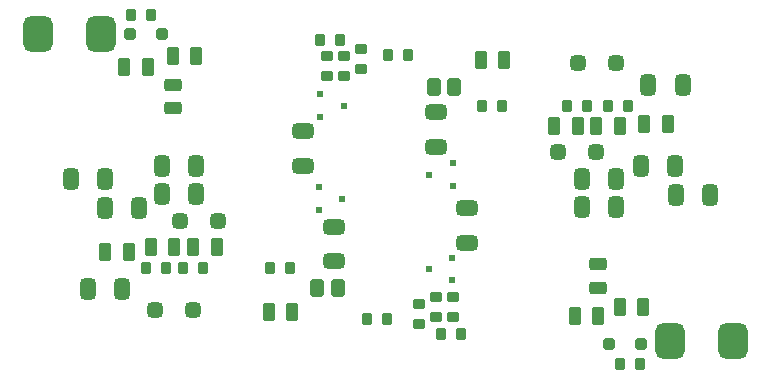
<source format=gbp>
G04*
G04 #@! TF.GenerationSoftware,Altium Limited,Altium Designer,19.1.7 (138)*
G04*
G04 Layer_Color=128*
%FSLAX44Y44*%
%MOMM*%
G71*
G01*
G75*
G04:AMPARAMS|DCode=18|XSize=1mm|YSize=0.9mm|CornerRadius=0.225mm|HoleSize=0mm|Usage=FLASHONLY|Rotation=90.000|XOffset=0mm|YOffset=0mm|HoleType=Round|Shape=RoundedRectangle|*
%AMROUNDEDRECTD18*
21,1,1.0000,0.4500,0,0,90.0*
21,1,0.5500,0.9000,0,0,90.0*
1,1,0.4500,0.2250,0.2750*
1,1,0.4500,0.2250,-0.2750*
1,1,0.4500,-0.2250,-0.2750*
1,1,0.4500,-0.2250,0.2750*
%
%ADD18ROUNDEDRECTD18*%
G04:AMPARAMS|DCode=19|XSize=1mm|YSize=0.9mm|CornerRadius=0.225mm|HoleSize=0mm|Usage=FLASHONLY|Rotation=0.000|XOffset=0mm|YOffset=0mm|HoleType=Round|Shape=RoundedRectangle|*
%AMROUNDEDRECTD19*
21,1,1.0000,0.4500,0,0,0.0*
21,1,0.5500,0.9000,0,0,0.0*
1,1,0.4500,0.2750,-0.2250*
1,1,0.4500,-0.2750,-0.2250*
1,1,0.4500,-0.2750,0.2250*
1,1,0.4500,0.2750,0.2250*
%
%ADD19ROUNDEDRECTD19*%
G04:AMPARAMS|DCode=20|XSize=1mm|YSize=1mm|CornerRadius=0.25mm|HoleSize=0mm|Usage=FLASHONLY|Rotation=90.000|XOffset=0mm|YOffset=0mm|HoleType=Round|Shape=RoundedRectangle|*
%AMROUNDEDRECTD20*
21,1,1.0000,0.5000,0,0,90.0*
21,1,0.5000,1.0000,0,0,90.0*
1,1,0.5000,0.2500,0.2500*
1,1,0.5000,0.2500,-0.2500*
1,1,0.5000,-0.2500,-0.2500*
1,1,0.5000,-0.2500,0.2500*
%
%ADD20ROUNDEDRECTD20*%
G04:AMPARAMS|DCode=23|XSize=1.8mm|YSize=1.3mm|CornerRadius=0.325mm|HoleSize=0mm|Usage=FLASHONLY|Rotation=270.000|XOffset=0mm|YOffset=0mm|HoleType=Round|Shape=RoundedRectangle|*
%AMROUNDEDRECTD23*
21,1,1.8000,0.6500,0,0,270.0*
21,1,1.1500,1.3000,0,0,270.0*
1,1,0.6500,-0.3250,-0.5750*
1,1,0.6500,-0.3250,0.5750*
1,1,0.6500,0.3250,0.5750*
1,1,0.6500,0.3250,-0.5750*
%
%ADD23ROUNDEDRECTD23*%
G04:AMPARAMS|DCode=46|XSize=1.2mm|YSize=1.5mm|CornerRadius=0.3mm|HoleSize=0mm|Usage=FLASHONLY|Rotation=0.000|XOffset=0mm|YOffset=0mm|HoleType=Round|Shape=RoundedRectangle|*
%AMROUNDEDRECTD46*
21,1,1.2000,0.9000,0,0,0.0*
21,1,0.6000,1.5000,0,0,0.0*
1,1,0.6000,0.3000,-0.4500*
1,1,0.6000,-0.3000,-0.4500*
1,1,0.6000,-0.3000,0.4500*
1,1,0.6000,0.3000,0.4500*
%
%ADD46ROUNDEDRECTD46*%
G04:AMPARAMS|DCode=47|XSize=1.8mm|YSize=1.3mm|CornerRadius=0.325mm|HoleSize=0mm|Usage=FLASHONLY|Rotation=0.000|XOffset=0mm|YOffset=0mm|HoleType=Round|Shape=RoundedRectangle|*
%AMROUNDEDRECTD47*
21,1,1.8000,0.6500,0,0,0.0*
21,1,1.1500,1.3000,0,0,0.0*
1,1,0.6500,0.5750,-0.3250*
1,1,0.6500,-0.5750,-0.3250*
1,1,0.6500,-0.5750,0.3250*
1,1,0.6500,0.5750,0.3250*
%
%ADD47ROUNDEDRECTD47*%
G04:AMPARAMS|DCode=49|XSize=1.52mm|YSize=1.1mm|CornerRadius=0.275mm|HoleSize=0mm|Usage=FLASHONLY|Rotation=270.000|XOffset=0mm|YOffset=0mm|HoleType=Round|Shape=RoundedRectangle|*
%AMROUNDEDRECTD49*
21,1,1.5200,0.5500,0,0,270.0*
21,1,0.9700,1.1000,0,0,270.0*
1,1,0.5500,-0.2750,-0.4850*
1,1,0.5500,-0.2750,0.4850*
1,1,0.5500,0.2750,0.4850*
1,1,0.5500,0.2750,-0.4850*
%
%ADD49ROUNDEDRECTD49*%
G04:AMPARAMS|DCode=50|XSize=1.3mm|YSize=1.3mm|CornerRadius=0.325mm|HoleSize=0mm|Usage=FLASHONLY|Rotation=180.000|XOffset=0mm|YOffset=0mm|HoleType=Round|Shape=RoundedRectangle|*
%AMROUNDEDRECTD50*
21,1,1.3000,0.6500,0,0,180.0*
21,1,0.6500,1.3000,0,0,180.0*
1,1,0.6500,-0.3250,0.3250*
1,1,0.6500,0.3250,0.3250*
1,1,0.6500,0.3250,-0.3250*
1,1,0.6500,-0.3250,-0.3250*
%
%ADD50ROUNDEDRECTD50*%
G04:AMPARAMS|DCode=51|XSize=2.5mm|YSize=3mm|CornerRadius=0.625mm|HoleSize=0mm|Usage=FLASHONLY|Rotation=0.000|XOffset=0mm|YOffset=0mm|HoleType=Round|Shape=RoundedRectangle|*
%AMROUNDEDRECTD51*
21,1,2.5000,1.7500,0,0,0.0*
21,1,1.2500,3.0000,0,0,0.0*
1,1,1.2500,0.6250,-0.8750*
1,1,1.2500,-0.6250,-0.8750*
1,1,1.2500,-0.6250,0.8750*
1,1,1.2500,0.6250,0.8750*
%
%ADD51ROUNDEDRECTD51*%
G04:AMPARAMS|DCode=52|XSize=1.52mm|YSize=1.1mm|CornerRadius=0.275mm|HoleSize=0mm|Usage=FLASHONLY|Rotation=180.000|XOffset=0mm|YOffset=0mm|HoleType=Round|Shape=RoundedRectangle|*
%AMROUNDEDRECTD52*
21,1,1.5200,0.5500,0,0,180.0*
21,1,0.9700,1.1000,0,0,180.0*
1,1,0.5500,-0.4850,0.2750*
1,1,0.5500,0.4850,0.2750*
1,1,0.5500,0.4850,-0.2750*
1,1,0.5500,-0.4850,-0.2750*
%
%ADD52ROUNDEDRECTD52*%
%ADD62R,0.6000X0.5000*%
D18*
X287918Y345440D02*
D03*
X304918D02*
D03*
X245754Y151892D02*
D03*
X262754D02*
D03*
X158360D02*
D03*
X141360D02*
D03*
X172348Y152146D02*
D03*
X189348D02*
D03*
X363084Y332486D02*
D03*
X346084D02*
D03*
X144898Y366268D02*
D03*
X127898D02*
D03*
X542680Y70358D02*
D03*
X559680D02*
D03*
X514722Y289560D02*
D03*
X497722D02*
D03*
X408042Y96012D02*
D03*
X391042D02*
D03*
X442332Y289306D02*
D03*
X425332D02*
D03*
X548758Y289560D02*
D03*
X531758D02*
D03*
X345304Y108712D02*
D03*
X328304D02*
D03*
D19*
X323088Y320684D02*
D03*
Y337684D02*
D03*
X308610Y314334D02*
D03*
Y331334D02*
D03*
X293878Y314334D02*
D03*
Y331334D02*
D03*
X386334Y127626D02*
D03*
Y110626D02*
D03*
X401066D02*
D03*
Y127626D02*
D03*
X371856Y121530D02*
D03*
Y104530D02*
D03*
D20*
X533358Y87630D02*
D03*
X559858D02*
D03*
X154220Y349758D02*
D03*
X127720D02*
D03*
D23*
X91927Y134619D02*
D03*
X120927D02*
D03*
X135149Y203201D02*
D03*
X106149D02*
D03*
X154481Y214747D02*
D03*
X183481D02*
D03*
X154481Y238507D02*
D03*
X183481D02*
D03*
X566397Y307341D02*
D03*
X595397D02*
D03*
X618511Y214123D02*
D03*
X589511D02*
D03*
X539265Y227331D02*
D03*
X510265D02*
D03*
Y203455D02*
D03*
X539265D02*
D03*
X589049Y237997D02*
D03*
X560049D02*
D03*
X106195Y227075D02*
D03*
X77195D02*
D03*
D46*
X402196Y305308D02*
D03*
X384696D02*
D03*
X285890Y134874D02*
D03*
X303390D02*
D03*
D47*
X386333Y254741D02*
D03*
Y283741D02*
D03*
X273813Y267739D02*
D03*
Y238739D02*
D03*
X300227Y186965D02*
D03*
Y157965D02*
D03*
X412749Y173459D02*
D03*
Y202459D02*
D03*
D49*
X265016Y114808D02*
D03*
X245016D02*
D03*
X180754Y169672D02*
D03*
X200754D02*
D03*
X164940Y169418D02*
D03*
X144940D02*
D03*
X126586Y165862D02*
D03*
X106586D02*
D03*
X122334Y321818D02*
D03*
X142334D02*
D03*
X163482Y331724D02*
D03*
X183482D02*
D03*
X541942Y118872D02*
D03*
X561942D02*
D03*
X524096Y110998D02*
D03*
X504096D02*
D03*
X542384Y272288D02*
D03*
X522384D02*
D03*
X486570Y272034D02*
D03*
X506570D02*
D03*
X582857Y273558D02*
D03*
X562857D02*
D03*
X444340Y328422D02*
D03*
X424340D02*
D03*
D50*
X180942Y116840D02*
D03*
X148242D02*
D03*
X539336Y325374D02*
D03*
X506636D02*
D03*
X522318Y250444D02*
D03*
X489618D02*
D03*
X202278Y191770D02*
D03*
X169578D02*
D03*
D51*
X103200Y350520D02*
D03*
X49200D02*
D03*
X584378Y90170D02*
D03*
X638378D02*
D03*
D52*
X163576Y287180D02*
D03*
Y307180D02*
D03*
X524002Y155034D02*
D03*
Y135034D02*
D03*
D62*
X288704Y280064D02*
D03*
Y299064D02*
D03*
X308704Y289564D02*
D03*
X287183Y220320D02*
D03*
Y201320D02*
D03*
X307183Y210820D02*
D03*
X380658Y231160D02*
D03*
X400658Y240660D02*
D03*
Y221660D02*
D03*
X400402Y141897D02*
D03*
Y160897D02*
D03*
X380402Y151397D02*
D03*
M02*

</source>
